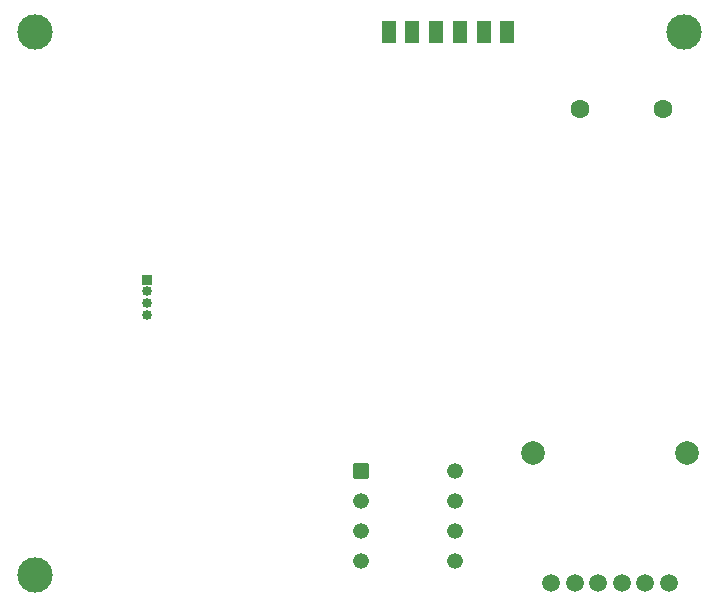
<source format=gbr>
%TF.GenerationSoftware,KiCad,Pcbnew,9.0.2*%
%TF.CreationDate,2025-08-05T13:11:18+05:30*%
%TF.ProjectId,dac,6461632e-6b69-4636-9164-5f7063625858,rev?*%
%TF.SameCoordinates,Original*%
%TF.FileFunction,Soldermask,Bot*%
%TF.FilePolarity,Negative*%
%FSLAX46Y46*%
G04 Gerber Fmt 4.6, Leading zero omitted, Abs format (unit mm)*
G04 Created by KiCad (PCBNEW 9.0.2) date 2025-08-05 13:11:18*
%MOMM*%
%LPD*%
G01*
G04 APERTURE LIST*
G04 Aperture macros list*
%AMRoundRect*
0 Rectangle with rounded corners*
0 $1 Rounding radius*
0 $2 $3 $4 $5 $6 $7 $8 $9 X,Y pos of 4 corners*
0 Add a 4 corners polygon primitive as box body*
4,1,4,$2,$3,$4,$5,$6,$7,$8,$9,$2,$3,0*
0 Add four circle primitives for the rounded corners*
1,1,$1+$1,$2,$3*
1,1,$1+$1,$4,$5*
1,1,$1+$1,$6,$7*
1,1,$1+$1,$8,$9*
0 Add four rect primitives between the rounded corners*
20,1,$1+$1,$2,$3,$4,$5,0*
20,1,$1+$1,$4,$5,$6,$7,0*
20,1,$1+$1,$6,$7,$8,$9,0*
20,1,$1+$1,$8,$9,$2,$3,0*%
G04 Aperture macros list end*
%ADD10C,3.000000*%
%ADD11R,1.270000X1.905000*%
%ADD12C,1.600000*%
%ADD13R,0.850000X0.850000*%
%ADD14C,0.850000*%
%ADD15RoundRect,0.102000X-0.565000X-0.565000X0.565000X-0.565000X0.565000X0.565000X-0.565000X0.565000X0*%
%ADD16C,1.334000*%
%ADD17C,2.000000*%
%ADD18C,1.500000*%
G04 APERTURE END LIST*
D10*
%TO.C,J1*%
X89700000Y-112000000D03*
X89700000Y-66000000D03*
X144700000Y-66000000D03*
D11*
X119700000Y-66000000D03*
X121652000Y-66000000D03*
X123700000Y-66000000D03*
X125700000Y-66000000D03*
X127700000Y-66000000D03*
X129700000Y-66000000D03*
%TD*%
D12*
%TO.C,J4*%
X142850000Y-72600000D03*
X135850000Y-72600000D03*
%TD*%
D13*
%TO.C,J3*%
X99200000Y-87000000D03*
D14*
X99200000Y-88000000D03*
X99200000Y-89000000D03*
X99200000Y-90000000D03*
%TD*%
D15*
%TO.C,U3*%
X117355000Y-103240000D03*
D16*
X117355000Y-105780000D03*
X117355000Y-108320000D03*
X117355000Y-110860000D03*
X125295000Y-110860000D03*
X125295000Y-108320000D03*
X125295000Y-105780000D03*
X125295000Y-103240000D03*
%TD*%
D17*
%TO.C,RV1*%
X131900000Y-101700000D03*
X144900000Y-101700000D03*
D18*
X137400000Y-112700000D03*
X139400000Y-112700000D03*
X141400000Y-112700000D03*
X135400000Y-112700000D03*
X133400000Y-112700000D03*
X143400000Y-112700000D03*
%TD*%
M02*

</source>
